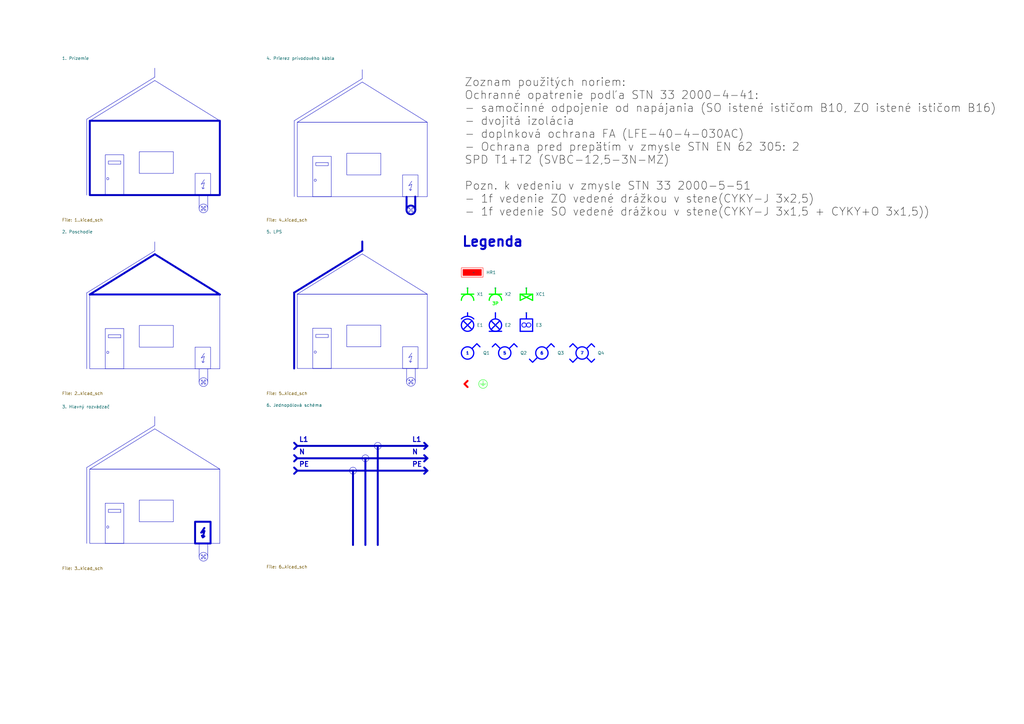
<source format=kicad_sch>
(kicad_sch (version 20231120) (generator "eeschema") (generator_version "8.0")
  (paper "A3")
  (title_block (title "Projekt elektroinštalácie rodinného domu") (date "2024-05-09") (rev "1") (company "Obchodné meno: Matej Mojžiš, IČO: 55835732") (comment 1 "Zodpovedný projektant: Matej Mojžiš") (comment 2 "Vypracoval: Matej Mojžiš") (comment 3 "Stupeň projektovej dokumentácie: skutočné vyhotovenie") (comment 4 "001-24") (comment 5 "Konanie stavby: 96901 Banská Štiavnica, Belianska 1770/15"))
  (lib_symbols
    (symbol "Wiring:Bulb_ceiling"
      (property "Reference" "E" (at 0 1.905 0))
      (symbol "Bulb_ceiling_0_1"
        (circle (center 0 -5.08) (radius 2.54) (stroke (width 0.5) (color 0 0 255 1)))
        (polyline (pts (xy 0 0) (xy 0 -1.27)) (stroke (width 0.5) (color 0 0 255 1)))
        (polyline (pts (xy 0 -5.08) (xy 1.778 -6.858) (xy -1.778 -3.302)) (stroke (width 0.5) (color 0 0 255 1)))
        (polyline (pts (xy 0 -5.08) (xy 1.778 -3.302) (xy -1.778 -6.858)) (stroke (width 0.5) (color 0 0 255 1)))
        (arc (start 2.5464 -2.524) (mid 0.0055 -1.4721) (end -2.5386 -2.5162) (stroke (width 0.5) (color 0 0 255 1)))
      )
    )
    (symbol "Wiring:Bulb_wall"
      (property "Reference" "E" (at 1.27 1.905 0))
      (symbol "Bulb_wall_0_1"
        (circle (center 0 -5.08) (radius 2.54) (stroke (width 0.5) (color 0 0 255 1)))
        (polyline (pts (xy 0 0) (xy 0 -2.54)) (stroke (width 0.5) (color 0 0 255 1)))
        (polyline (pts (xy 2.54 -7.62) (xy -2.54 -7.62)) (stroke (width 0.5) (color 0 0 255 1)))
        (polyline (pts (xy 0 -5.08) (xy 1.778 -6.858) (xy -1.778 -3.302)) (stroke (width 0.5) (color 0 0 255 1)))
        (polyline (pts (xy 0 -5.08) (xy 1.778 -3.302) (xy -1.778 -6.858)) (stroke (width 0.5) (color 0 0 255 1)))
      )
    )
    (symbol "Wiring:Data_outlet"
      (property "Reference" "XC" (at 5.08 -2.54 90))
      (symbol "Data_outlet_0_1"
        (polyline (pts (xy -2.54 -5.08) (xy 2.54 -2.54)) (stroke (width 0.5) (color 0 255 0 1)))
        (polyline (pts (xy -2.54 -2.54) (xy -2.54 -5.08)) (stroke (width 0.5) (color 0 255 0 1)))
        (polyline (pts (xy -2.54 -2.54) (xy 2.54 -5.08)) (stroke (width 0.5) (color 0 255 0 1)))
        (polyline (pts (xy 2.54 -2.54) (xy 2.54 -5.08)) (stroke (width 0.5) (color 0 255 0 1)))
        (polyline (pts (xy 0.0002 -0.0002) (xy 0.0002 -2.5402) (xy 0.0002 -1.2702)) (stroke (width 0.5) (color 0 255 0 1)))
        (polyline (pts (xy 0.0002 -2.5402) (xy 2.5402 -2.5402) (xy -2.5398 -2.5402) (xy -1.2698 -2.5402)) (stroke (width 0.5) (color 0 255 0 1)))
      )
    )
    (symbol "Wiring:Fan"
      (property "Reference" "E" (at 0 2.54 0))
      (symbol "Fan_0_1"
        (circle (center -0.9652 -5.0292) (radius 0.898) (stroke (width 0.3) (color 0 0 255 1)))
        (polyline (pts (xy 0 0) (xy 0 -2.54)) (stroke (width 0.5) (color 0 0 255 1)))
        (polyline (pts (xy 2.54 -7.62) (xy -2.54 -7.62)) (stroke (width 0.5) (color 0 0 255 1)))
        (polyline (pts (xy -2.54 -7.62) (xy -2.54 -2.54) (xy 2.54 -2.54) (xy 2.54 -7.62)) (stroke (width 0.5) (color 0 0 255 1)))
        (circle (center 0.9398 -5.0292) (radius 0.898) (stroke (width 0.3) (color 0 0 255 1)))
      )
    )
    (symbol "Wiring:HR"
      (property "Reference" "HR" (at 0 2.54 0))
      (symbol "HR_0_1"
        (rectangle (start -5.08 1.905) (end 3.81 -1.905) (stroke (width 0) (color 255 0 0 1)))
        (rectangle (start -4.445 1.27) (end 3.175 -1.27) (stroke (width 0) (color 255 0 0 1)) (fill (type outline)))
      )
    )
    (symbol "Wiring:In/out" (in_bom no)
      (symbol "In/out_0_1"
        (polyline (pts (xy 0 0) (xy 1.27 -1.27) (xy 0 0) (xy 1.27 1.27)) (stroke (width 0.8) (color 255 0 0 1)))
      )
    )
    (symbol "Wiring:Outlet"
      (property "Reference" "X" (at 5.08 -3.81 90))
      (symbol "Outlet_0_1"
        (arc (start 0 -2.54) (mid -1.7961 -3.2839) (end -2.54 -5.08) (stroke (width 0.5) (color 0 255 0 1)))
        (polyline (pts (xy 0 0) (xy 0 -2.54) (xy 0 -1.27)) (stroke (width 0.5) (color 0 255 0 1)))
        (polyline (pts (xy 0 -2.54) (xy 2.54 -2.54) (xy -2.54 -2.54) (xy -1.27 -2.54)) (stroke (width 0.5) (color 0 255 0 1)))
        (arc (start 2.54 -5.08) (mid 1.7961 -3.2839) (end 0 -2.54) (stroke (width 0.5) (color 0 255 0 1)))
      )
    )
    (symbol "Wiring:Outlet_3P"
      (property "Reference" "X" (at 0 1.905 0))
      (symbol "Outlet_3P_0_1"
        (arc (start 0.0002 -2.5402) (mid -1.7959 -3.2841) (end -2.5398 -5.0802) (stroke (width 0.5) (color 0 255 0 1)))
        (polyline (pts (xy 0.0002 -0.0002) (xy 0.0002 -2.5402) (xy 0.0002 -1.2702)) (stroke (width 0.5) (color 0 255 0 1)))
        (polyline (pts (xy 0.0002 -2.5402) (xy 2.5402 -2.5402) (xy -2.5398 -2.5402) (xy -1.2698 -2.5402)) (stroke (width 0.5) (color 0 255 0 1)))
        (arc (start 2.5402 -5.0802) (mid 1.7963 -3.2841) (end 0.0002 -2.5402) (stroke (width 0.5) (color 0 255 0 1)))
        (text "3P" (at 0 -6.35 0) (effects (font (size 1.27 1.27) (bold yes))))
      )
    )
    (symbol "Wiring:PE" (in_bom no)
      (symbol "PE_0_1"
        (polyline (pts (xy -0.635 -0.381) (xy 0.635 -0.381)) (stroke (width 0) (color 0 255 0 1)))
        (polyline (pts (xy -0.254 -0.762) (xy 0.254 -0.762)) (stroke (width 0) (color 0 255 0 1)))
        (polyline (pts (xy -1.27 0) (xy 1.27 0) (xy 0 0) (xy 0 1.27)) (stroke (width 0) (color 0 255 0 1)))
        (circle (center 0 0) (radius 1.7825) (stroke (width 0) (color 0 255 0 1)))
      )
    )
    (symbol "Wiring:Switch_1"
      (property "Reference" "Q" (at 0 7.62 0))
      (symbol "Switch_1_0_1"
        (polyline (pts (xy 1.905 1.905) (xy 3.175 3.175) (xy 3.81 3.81) (xy 5.08 2.54)) (stroke (width 0.5) (color 0 0 255 1)))
        (circle (center 0 0) (radius 2.54) (stroke (width 0.5) (color 0 0 255 1)))
        (text "1" (at 0 0 0) (effects (font (size 1.27 1.27) (bold yes))))
      )
    )
    (symbol "Wiring:Switch_5"
      (property "Reference" "Q" (at 0 5.08 0))
      (symbol "Switch_5_0_1"
        (polyline (pts (xy -1.905 1.905) (xy -3.175 3.175) (xy -3.81 3.81) (xy -5.08 2.54)) (stroke (width 0.5) (color 0 0 255 1)))
        (polyline (pts (xy 1.905 1.905) (xy 3.175 3.175) (xy 3.81 3.81) (xy 5.08 2.54)) (stroke (width 0.5) (color 0 0 255 1)))
        (circle (center 0 0) (radius 2.54) (stroke (width 0.5) (color 0 0 255 1)))
        (text "5" (at 0 0 0) (effects (font (size 1.27 1.27) (bold yes))))
      )
    )
    (symbol "Wiring:Switch_6"
      (property "Reference" "Q" (at 0 4.826 0))
      (symbol "Switch_6_0_1"
        (polyline (pts (xy -1.905 -1.905) (xy -3.175 -3.175) (xy -3.81 -3.81) (xy -5.08 -2.54)) (stroke (width 0.5) (color 0 0 255 1)))
        (polyline (pts (xy 1.905 1.905) (xy 3.175 3.175) (xy 3.81 3.81) (xy 5.08 2.54)) (stroke (width 0.5) (color 0 0 255 1)))
        (circle (center 0 0) (radius 2.54) (stroke (width 0.5) (color 0 0 255 1)))
        (text "6" (at 0 0 0) (effects (font (size 1.27 1.27) (bold yes))))
      )
    )
    (symbol "Wiring:Switch_7"
      (property "Reference" "Q" (at 0 6.985 0))
      (symbol "Switch_7_0_1"
        (polyline (pts (xy -1.905 -1.905) (xy -3.175 -3.175) (xy -3.81 -3.81) (xy -5.08 -2.54)) (stroke (width 0.5) (color 0 0 255 1)))
        (polyline (pts (xy -1.905 1.905) (xy -3.175 3.175) (xy -3.81 3.81) (xy -5.08 2.54)) (stroke (width 0.5) (color 0 0 255 1)))
        (polyline (pts (xy 1.905 -1.905) (xy 3.175 -3.175) (xy 3.81 -3.81) (xy 5.08 -2.54)) (stroke (width 0.5) (color 0 0 255 1)))
        (polyline (pts (xy 1.905 1.905) (xy 3.175 3.175) (xy 3.81 3.81) (xy 5.08 2.54)) (stroke (width 0.5) (color 0 0 255 1)))
        (circle (center 0 0) (radius 2.54) (stroke (width 0.5) (color 0 0 255 1)))
        (text "7" (at 0 0 0) (effects (font (size 1.27 1.27) (bold yes))))
      )
    )
  )
  (polyline (pts (xy 81.661 80.137) (xy 81.661 85.344)))
  (polyline (pts (xy 170.307 80.645) (xy 170.307 85.979)) (stroke (width 0.8)))
  (polyline (pts (xy 63.5 175.895) (xy 90.17 192.405)))
  (polyline (pts (xy 83.185 220.345) (xy 83.82 219.964)) (stroke (width 0.8)))
  (polyline (pts (xy 81.661 151.384) (xy 81.661 156.591)))
  (polyline (pts (xy 168.275 148.59) (xy 168.91 148.209)))
  (polyline (pts (xy 82.55 218.44) (xy 83.82 217.805)) (stroke (width 0.8)))
  (polyline (pts (xy 85.217 151.257) (xy 85.217 156.591)))
  (polyline (pts (xy 168.91 74.295) (xy 167.64 76.2)))
  (polyline (pts (xy 120.65 184.15) (xy 121.92 182.88)) (stroke (width 0.8)))
  (polyline (pts (xy 120.65 186.69) (xy 121.92 187.96)) (stroke (width 0.8)))
  (polyline (pts (xy 173.99 181.61) (xy 175.26 182.88)) (stroke (width 0.8)))
  (polyline (pts (xy 149.86 223.52) (xy 149.86 187.96)) (stroke (width 0.8)))
  (polyline (pts (xy 35.56 151.257) (xy 35.56 120.142)))
  (polyline (pts (xy 121.92 120.65) (xy 175.26 120.65)))
  (polyline (pts (xy 35.56 80.01) (xy 35.56 48.895)))
  (polyline (pts (xy 173.99 184.15) (xy 175.26 182.88)) (stroke (width 0.8)))
  (polyline (pts (xy 148.59 99.06) (xy 148.59 102.743)) (stroke (width 0.8)))
  (polyline (pts (xy 36.83 120.777) (xy 90.17 120.777)) (stroke (width 0.8)))
  (polyline (pts (xy 166.751 151.257) (xy 166.751 156.464)))
  (polyline (pts (xy 82.804 219.71) (xy 83.185 220.345)) (stroke (width 0.8)))
  (polyline (pts (xy 173.99 189.23) (xy 175.26 187.96)) (stroke (width 0.8)))
  (polyline (pts (xy 170.307 151.13) (xy 170.307 156.464)))
  (polyline (pts (xy 120.65 181.61) (xy 121.92 182.88)) (stroke (width 0.8)))
  (polyline (pts (xy 36.83 192.405) (xy 90.17 192.405)))
  (polyline (pts (xy 173.99 194.31) (xy 175.26 193.04)) (stroke (width 0.8)))
  (polyline (pts (xy 167.64 76.2) (xy 168.91 75.565)))
  (polyline (pts (xy 154.94 223.52) (xy 154.94 182.88)) (stroke (width 0.8)))
  (polyline (pts (xy 168.91 75.565) (xy 168.275 78.105)))
  (polyline (pts (xy 82.804 76.835) (xy 83.185 77.47)))
  (polyline (pts (xy 120.65 80.645) (xy 120.65 49.53)))
  (polyline (pts (xy 35.56 191.77) (xy 63.5 174.498)))
  (polyline (pts (xy 173.99 186.69) (xy 175.26 187.96)) (stroke (width 0.8)))
  (polyline (pts (xy 81.661 223.012) (xy 81.661 228.219)))
  (polyline (pts (xy 121.92 50.165) (xy 175.26 50.165)))
  (polyline (pts (xy 85.217 222.885) (xy 85.217 228.219)))
  (polyline (pts (xy 35.56 120.142) (xy 63.5 102.87)))
  (polyline (pts (xy 120.65 191.77) (xy 121.92 193.04)) (stroke (width 0.8)))
  (polyline (pts (xy 168.91 144.78) (xy 167.64 146.685)))
  (polyline (pts (xy 120.65 151.13) (xy 120.65 120.015)) (stroke (width 0.8)))
  (polyline (pts (xy 173.99 191.77) (xy 175.26 193.04)) (stroke (width 0.8)))
  (polyline (pts (xy 82.55 146.812) (xy 83.82 146.177)))
  (polyline (pts (xy 120.65 120.015) (xy 148.59 102.743)) (stroke (width 0.8)))
  (polyline (pts (xy 83.82 216.535) (xy 82.55 218.44)) (stroke (width 0.8)))
  (polyline (pts (xy 167.894 147.955) (xy 168.275 148.59)))
  (polyline (pts (xy 144.78 223.52) (xy 144.78 193.04)) (stroke (width 0.8)))
  (polyline (pts (xy 82.55 75.565) (xy 83.82 74.93)))
  (polyline (pts (xy 35.56 222.885) (xy 35.56 191.77)))
  (polyline (pts (xy 121.92 50.165) (xy 148.59 33.655)))
  (polyline (pts (xy 83.185 77.47) (xy 83.82 77.089)))
  (polyline (pts (xy 175.26 193.04) (xy 121.92 193.04)) (stroke (width 0.8)))
  (polyline (pts (xy 148.59 28.575) (xy 148.59 32.258)))
  (polyline (pts (xy 83.82 217.805) (xy 83.185 220.345)) (stroke (width 0.8)))
  (polyline (pts (xy 85.217 80.01) (xy 85.217 85.344)))
  (polyline (pts (xy 148.59 104.14) (xy 175.26 120.65)))
  (polyline (pts (xy 83.82 146.177) (xy 83.185 148.717)))
  (polyline (pts (xy 83.185 148.717) (xy 83.82 148.336)))
  (polyline (pts (xy 83.82 144.907) (xy 82.55 146.812)))
  (polyline (pts (xy 83.82 74.93) (xy 83.185 77.47)))
  (polyline (pts (xy 120.65 49.53) (xy 148.59 32.258)))
  (polyline (pts (xy 148.59 33.655) (xy 175.26 50.165)))
  (polyline (pts (xy 63.5 104.267) (xy 90.17 120.777)) (stroke (width 0.8)))
  (polyline (pts (xy 168.275 78.105) (xy 168.91 77.724)))
  (polyline (pts (xy 166.751 80.772) (xy 166.751 85.979)) (stroke (width 0.8)))
  (polyline (pts (xy 63.5 33.02) (xy 90.17 49.53)))
  (polyline (pts (xy 167.64 146.685) (xy 168.91 146.05)))
  (polyline (pts (xy 63.5 170.815) (xy 63.5 174.498)))
  (polyline (pts (xy 36.83 192.405) (xy 63.5 175.895)))
  (polyline (pts (xy 120.65 194.31) (xy 121.92 193.04)) (stroke (width 0.8)))
  (polyline (pts (xy 35.56 48.895) (xy 63.5 31.623)))
  (polyline (pts (xy 36.83 120.777) (xy 63.5 104.267)) (stroke (width 0.8)))
  (polyline (pts (xy 168.91 146.05) (xy 168.275 148.59)))
  (polyline (pts (xy 121.92 120.65) (xy 148.59 104.14)))
  (polyline (pts (xy 82.804 148.082) (xy 83.185 148.717)))
  (polyline (pts (xy 175.26 182.88) (xy 121.92 182.88)) (stroke (width 0.8)))
  (polyline (pts (xy 63.5 27.94) (xy 63.5 31.623)))
  (polyline (pts (xy 175.26 187.96) (xy 121.92 187.96)) (stroke (width 0.8)))
  (polyline (pts (xy 36.83 49.53) (xy 63.5 33.02)))
  (polyline (pts (xy 63.5 99.187) (xy 63.5 102.87)))
  (polyline (pts (xy 83.82 73.66) (xy 82.55 75.565)))
  (polyline (pts (xy 120.65 189.23) (xy 121.92 187.96)) (stroke (width 0.8)))
  (polyline (pts (xy 167.894 77.47) (xy 168.275 78.105)))
  (rectangle (start 128.27 134.62) (end 135.89 151.13))
  (circle (center 168.529 86.106) (radius 1.7961) (stroke (width 0.8)))
  (circle (center 129.286 144.399) (radius 0.4579))
  (rectangle (start 129.54 66.675) (end 134.62 67.945))
  (circle (center 84.074 227.711) (radius 0.284))
  (rectangle (start 128.27 64.135) (end 135.89 80.645))
  (circle (center 144.78 193.04) (radius 1.4199) (fill (type color)))
  (circle (center 44.196 216.154) (radius 0.4579))
  (circle (center 167.894 86.741) (radius 0.284) (fill (type color)))
  (circle (center 84.074 157.353) (radius 0.284))
  (circle (center 83.439 156.718) (radius 0.284))
  (circle (center 169.164 86.741) (radius 0.284) (fill (type color)))
  (circle (center 82.804 228.981) (radius 0.284))
  (rectangle (start 43.18 134.747) (end 50.8 151.257))
  (circle (center 82.804 84.836) (radius 0.254))
  (rectangle (start 36.83 49.53) (end 90.17 80.01) (stroke (width 0.8)))
  (circle (center 169.164 155.956) (radius 0.284))
  (circle (center 84.074 156.083) (radius 0.284))
  (rectangle (start 43.18 206.375) (end 50.8 222.885))
  (rectangle (start 57.15 133.477) (end 71.12 142.367))
  (circle (center 167.894 157.226) (radius 0.284))
  (circle (center 82.804 156.083) (radius 0.254))
  (circle (center 169.164 85.471) (radius 0.284) (fill (type color)))
  (circle (center 83.439 228.346) (radius 0.284))
  (circle (center 149.86 187.96) (radius 1.4199) (fill (type color)))
  (rectangle (start 44.45 208.915) (end 49.53 210.185))
  (rectangle (start 121.92 120.65) (end 175.26 151.13))
  (circle (center 83.439 156.718) (radius 1.7961))
  (circle (center 154.94 182.88) (radius 1.4199) (fill (type color)))
  (rectangle (start 80.01 142.367) (end 86.36 151.257))
  (rectangle (start 57.15 205.105) (end 71.12 213.995))
  (circle (center 169.164 157.226) (radius 0.284))
  (circle (center 82.804 227.711) (radius 0.254))
  (rectangle (start 121.92 50.165) (end 175.26 80.645))
  (circle (center 168.529 156.591) (radius 1.7961))
  (rectangle (start 165.1 71.755) (end 171.45 80.645))
  (circle (center 44.196 144.526) (radius 0.4579))
  (circle (center 167.894 155.956) (radius 0.254))
  (rectangle (start 165.1 142.24) (end 171.45 151.13))
  (rectangle (start 142.24 62.865) (end 156.21 71.755))
  (circle (center 129.286 73.914) (radius 0.4579))
  (circle (center 83.439 85.471) (radius 0.284))
  (rectangle (start 36.83 192.405) (end 90.17 222.885))
  (circle (center 44.196 73.279) (radius 0.4579))
  (circle (center 168.529 156.591) (radius 0.284))
  (rectangle (start 80.01 213.995) (end 86.36 222.885) (stroke (width 0.8)))
  (rectangle (start 43.18 63.5) (end 50.8 80.01))
  (circle (center 84.074 84.836) (radius 0.284))
  (rectangle (start 129.54 137.16) (end 134.62 138.43))
  (rectangle (start 142.24 133.35) (end 156.21 142.24))
  (circle (center 82.804 157.353) (radius 0.284))
  (circle (center 83.439 228.346) (radius 1.7961))
  (circle (center 84.074 86.106) (radius 0.284))
  (circle (center 83.439 85.471) (radius 1.7961))
  (rectangle (start 44.45 137.287) (end 49.53 138.557))
  (rectangle (start 57.15 62.23) (end 71.12 71.12))
  (rectangle (start 44.45 66.04) (end 49.53 67.31))
  (rectangle (start 36.83 120.777) (end 90.17 151.257))
  (rectangle (start 80.01 71.12) (end 86.36 80.01))
  (circle (center 167.894 85.471) (radius 0.254) (fill (type color)))
  (circle (center 84.074 228.981) (radius 0.284))
  (circle (center 82.804 86.106) (radius 0.284))
  (circle (center 168.529 86.106) (radius 0.284) (fill (type color)))
  (text "L1" (at 122.555 181.61 0) (effects (font (size 2 2) (bold yes)) (justify left bottom)))
  (text "PE" (at 168.91 191.77 0) (effects (font (size 2 2) (bold yes)) (justify left bottom)))
  (text "N" (at 168.91 186.69 0) (effects (font (size 2 2) (bold yes)) (justify left bottom)))
  (text "Legenda" (at 189.23 101.6 0) (effects (font (size 4 4) (thickness 0.8) (bold yes)) (justify left bottom)))
  (text "Zoznam použitých noriem:\nOchranné opatrenie podľa STN 33 2000-4-41:\n- samočinné odpojenie od napájania (SO istené ističom B10, ZO istené ističom B16)\n- dvojitá izolácia \n- doplnková ochrana FA (LFE-40-4-030AC)\n- Ochrana pred prepätím v zmysle STN EN 62 305: 2\nSPD T1+T2 (SVBC-12,5-3N-MZ)\n\nPozn. k vedeniu v zmysle STN 33 2000-5-51\n- 1f vedenie ZO vedené drážkou v stene(CYKY-J 3x2,5)\n- 1f vedenie SO vedené drážkou v stene(CYKY-J 3x1,5 + CYKY+O 3x1,5))" (at 190.5 88.9 0) (effects (font (size 3.3 3.3)) (justify left bottom)))
  (text "PE" (at 122.555 191.77 0) (effects (font (size 2 2) (bold yes)) (justify left bottom)))
  (text "N" (at 122.555 186.69 0) (effects (font (size 2 2) (bold yes)) (justify left bottom)))
  (text "L1" (at 168.91 181.61 0) (effects (font (size 2 2) (bold yes)) (justify left bottom)))
  (symbol (lib_id "Wiring:PE") (at 198.12 157.48 0) (unit 1) (in_bom no)
    (property "Reference" "~2" (effects (hide yes)))
  )
  (symbol (lib_id "Wiring:In/out") (at 190.5 157.48 0) (unit 1) (in_bom no)
    (property "Reference" "~1" (effects (hide yes)))
    (property "Value" "In/out" (effects (hide yes)))
  )
  (symbol (lib_id "Wiring:Bulb_ceiling") (at 191.77 128.27 0) (unit 1)
    (property "Reference" "E1" (at 195.58 133.35 0) (effects (justify left)))
  )
  (symbol (lib_id "Wiring:Outlet_3P") (at 203.2 118.11 0) (unit 1)
    (property "Reference" "X2" (at 207.01 120.65 0) (effects (justify left)))
    (property "Value" "~" (at 203.2 118.11 0))
  )
  (symbol (lib_id "Wiring:Switch_1") (at 191.77 144.78 0) (unit 1)
    (property "Reference" "Q1" (at 198.12 144.78 0) (effects (justify left)))
    (property "Value" "~" (at 191.77 144.78 0))
  )
  (symbol (lib_id "Wiring:Data_outlet") (at 215.9 118.11 0) (unit 1)
    (property "Reference" "XC1" (at 219.71 120.65 0) (effects (justify left)))
    (property "Value" "~" (at 215.9 118.11 0))
  )
  (symbol (lib_id "Wiring:Switch_6") (at 222.25 144.78 0) (unit 1)
    (property "Reference" "Q3" (at 228.6 144.78 0) (effects (justify left)))
    (property "Value" "~" (at 222.25 144.78 0))
  )
  (symbol (lib_id "Wiring:Fan") (at 215.9 128.27 0) (unit 1)
    (property "Reference" "E3" (at 219.71 133.35 0) (effects (justify left)))
    (property "Value" "~" (at 215.9 128.27 0))
  )
  (symbol (lib_id "Wiring:Switch_5") (at 207.01 144.78 0) (unit 1)
    (property "Reference" "Q2" (at 213.36 144.78 0) (effects (justify left)))
    (property "Value" "~" (at 207.01 144.78 0))
  )
  (symbol (lib_id "Wiring:Bulb_wall") (at 203.2 128.27 0) (unit 1)
    (property "Reference" "E2" (at 207.01 133.35 0) (effects (justify left)))
    (property "Value" "~" (at 203.2 133.35 0))
  )
  (symbol (lib_id "Wiring:HR") (at 194.31 111.76 0) (unit 1)
    (property "Reference" "HR1" (at 199.39 111.76 0) (effects (justify left)))
    (property "Value" "~" (at 194.31 111.76 0))
  )
  (symbol (lib_id "Wiring:Outlet") (at 191.77 118.11 0) (unit 1)
    (property "Reference" "X1" (at 195.58 120.65 0) (effects (justify left)))
    (property "Value" "~" (at 191.77 118.11 0))
  )
  (symbol (lib_id "Wiring:Switch_7") (at 238.76 144.78 0) (unit 1)
    (property "Reference" "Q4" (at 245.11 144.78 0) (effects (justify left)))
    (property "Value" "~" (at 238.76 144.78 0))
  )
  (sheet (at 25.4 168.275) (size 76.2 63.5) (stroke (width 0.1524) (color 255 255 255 1))
    (property "Sheetname" "3. Hlavný rozvádzač" (at 25.4 167.5634 0) (effects (justify left bottom)))
    (property "Sheetfile" "3..kicad_sch" (at 25.4 232.3596 0) (effects (justify left top)))
  )
  (sheet (at 109.22 96.52) (size 76.2 63.5) (stroke (width 0.1524) (color 255 255 255 1))
    (property "Sheetname" "5. LPS" (at 109.22 95.8084 0) (effects (justify left bottom)))
    (property "Sheetfile" "5..kicad_sch" (at 109.22 160.6046 0) (effects (justify left top)))
  )
  (sheet (at 109.22 167.64) (size 76.2 63.5) (stroke (width 0.1524) (color 255 255 255 1))
    (property "Sheetname" "6. Jednopólová schéma" (at 109.22 166.9284 0) (effects (justify left bottom)))
    (property "Sheetfile" "6..kicad_sch" (at 109.22 231.7246 0) (effects (justify left top)))
  )
  (sheet (at 25.4 96.52) (size 76.2 63.5) (stroke (width 0.1524) (color 255 255 255 1))
    (property "Sheetname" "2. Poschodie" (at 25.4 95.8084 0) (effects (justify left bottom)))
    (property "Sheetfile" "2..kicad_sch" (at 25.4 160.6046 0) (effects (justify left top)))
  )
  (sheet (at 109.22 25.4) (size 76.2 63.5) (stroke (width 0.1524) (color 255 255 255 1))
    (property "Sheetname" "4. Prierez prívodového kábla" (at 109.22 24.6884 0) (effects (justify left bottom)))
    (property "Sheetfile" "4..kicad_sch" (at 109.22 89.4846 0) (effects (justify left top)))
  )
  (sheet (at 25.4 25.4) (size 76.2 63.5) (stroke (width 0.1524) (color 255 255 255 1))
    (property "Sheetname" "1. Prízemie" (at 25.4 24.6884 0) (effects (justify left bottom)))
    (property "Sheetfile" "1..kicad_sch" (at 25.4 89.4846 0) (effects (justify left top)))
  )
)
</source>
